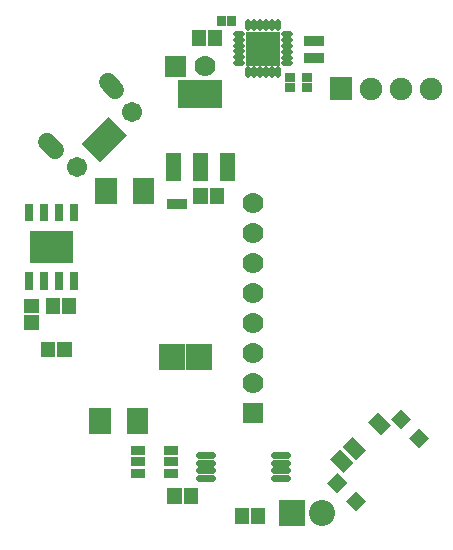
<source format=gbs>
G04 Layer: BottomSolderMaskLayer*
G04 EasyEDA v6.4.7, 2020-12-08T13:31:26--8:00*
G04 2666239171464f44b57efdd4127db657,11a6c599673c4091828b82ff80a72166,10*
G04 Gerber Generator version 0.2*
G04 Scale: 100 percent, Rotated: No, Reflected: No *
G04 Dimensions in millimeters *
G04 leading zeros omitted , absolute positions ,3 integer and 3 decimal *
%FSLAX33Y33*%
%MOMM*%
G90*
D02*

%ADD58C,1.503197*%
%ADD59C,0.483210*%
%ADD62C,2.203196*%
%ADD63C,1.703197*%
%ADD65R,1.778000X1.778000*%
%ADD66C,1.778000*%
%ADD72C,1.903197*%
%ADD82C,0.603199*%

%LPD*%
G54D59*
G01X24160Y42731D02*
G01X23640Y42731D01*
G01X24160Y42231D02*
G01X23640Y42231D01*
G01X24160Y41731D02*
G01X23640Y41731D01*
G01X24160Y41233D02*
G01X23640Y41233D01*
G01X24160Y40732D02*
G01X23640Y40732D01*
G01X24160Y40232D02*
G01X23640Y40232D01*
G01X23144Y39760D02*
G01X23144Y39240D01*
G01X22644Y39760D02*
G01X22644Y39240D01*
G01X22143Y39760D02*
G01X22143Y39240D01*
G01X21646Y39760D02*
G01X21646Y39240D01*
G01X21145Y39760D02*
G01X21145Y39240D01*
G01X20645Y39760D02*
G01X20645Y39240D01*
G01X20160Y40242D02*
G01X19640Y40242D01*
G01X20160Y40743D02*
G01X19640Y40743D01*
G01X20160Y41243D02*
G01X19640Y41243D01*
G01X20160Y41741D02*
G01X19640Y41741D01*
G01X20160Y42241D02*
G01X19640Y42241D01*
G01X20160Y42742D02*
G01X19640Y42742D01*
G01X20630Y43760D02*
G01X20630Y43240D01*
G01X21130Y43760D02*
G01X21130Y43240D01*
G01X21630Y43760D02*
G01X21630Y43240D01*
G01X22128Y43760D02*
G01X22128Y43240D01*
G01X22629Y43760D02*
G01X22629Y43240D01*
G01X23129Y43760D02*
G01X23129Y43240D01*
G54D58*
G01X9373Y38017D02*
G01X8737Y38653D01*
G01X4282Y32926D02*
G01X3646Y33562D01*
G54D82*
G01X23950Y7075D02*
G01X22850Y7075D01*
G01X23950Y6424D02*
G01X22850Y6424D01*
G01X23950Y5774D02*
G01X22850Y5774D01*
G01X23950Y5124D02*
G01X22850Y5124D01*
G01X17549Y7075D02*
G01X16449Y7075D01*
G01X17549Y6424D02*
G01X16449Y6424D01*
G01X17549Y5774D02*
G01X16449Y5774D01*
G01X17549Y5124D02*
G01X16449Y5124D01*
G36*
G01X35137Y7686D02*
G01X34286Y8537D01*
G01X35137Y9388D01*
G01X35987Y8537D01*
G01X35137Y7686D01*
G37*
G36*
G01X29762Y2312D02*
G01X28911Y3163D01*
G01X29762Y4013D01*
G01X30613Y3163D01*
G01X29762Y2312D01*
G37*
G36*
G01X33580Y9243D02*
G01X32729Y10094D01*
G01X33580Y10943D01*
G01X34430Y10094D01*
G01X33580Y9243D01*
G37*
G36*
G01X28205Y3869D02*
G01X27354Y4720D01*
G01X28205Y5570D01*
G01X29056Y4720D01*
G01X28205Y3869D01*
G37*
G36*
G01X31883Y8748D02*
G01X30750Y9881D01*
G01X31601Y10732D01*
G01X32734Y9599D01*
G01X31883Y8748D01*
G37*
G36*
G01X29762Y6627D02*
G01X28629Y7760D01*
G01X29477Y8611D01*
G01X30613Y7475D01*
G01X29762Y6627D01*
G37*
G36*
G01X28700Y5565D02*
G01X27567Y6698D01*
G01X28418Y7549D01*
G01X29551Y6416D01*
G01X28700Y5565D01*
G37*
G36*
G01X20458Y40046D02*
G01X20458Y42929D01*
G01X23341Y42929D01*
G01X23341Y40046D01*
G01X20458Y40046D01*
G37*
G36*
G01X17974Y43373D02*
G01X17974Y44227D01*
G01X18776Y44227D01*
G01X18776Y43373D01*
G01X17974Y43373D01*
G37*
G36*
G01X18822Y43373D02*
G01X18822Y44227D01*
G01X19625Y44227D01*
G01X19625Y43373D01*
G01X18822Y43373D01*
G37*
G36*
G01X25373Y41674D02*
G01X25373Y42525D01*
G01X26178Y42525D01*
G01X26178Y41674D01*
G01X25373Y41674D01*
G37*
G36*
G01X26221Y41674D02*
G01X26221Y42525D01*
G01X27026Y42525D01*
G01X27026Y41674D01*
G01X26221Y41674D01*
G37*
G36*
G01X15848Y41748D02*
G01X15848Y43051D01*
G01X17052Y43051D01*
G01X17052Y41748D01*
G01X15848Y41748D01*
G37*
G36*
G01X17247Y41748D02*
G01X17247Y43051D01*
G01X18451Y43051D01*
G01X18451Y41748D01*
G01X17247Y41748D01*
G37*
G36*
G01X25172Y38621D02*
G01X25172Y39426D01*
G01X26026Y39426D01*
G01X26026Y38621D01*
G01X25172Y38621D01*
G37*
G36*
G01X25172Y37773D02*
G01X25172Y38578D01*
G01X26026Y38578D01*
G01X26026Y37773D01*
G01X25172Y37773D01*
G37*
G36*
G01X23773Y38621D02*
G01X23773Y39426D01*
G01X24626Y39426D01*
G01X24626Y38621D01*
G01X23773Y38621D01*
G37*
G36*
G01X23773Y37773D02*
G01X23773Y38578D01*
G01X24626Y38578D01*
G01X24626Y37773D01*
G01X23773Y37773D01*
G37*
G36*
G01X25373Y40272D02*
G01X25373Y41125D01*
G01X26178Y41125D01*
G01X26178Y40272D01*
G01X25373Y40272D01*
G37*
G36*
G01X26221Y40272D02*
G01X26221Y41125D01*
G01X27026Y41125D01*
G01X27026Y40272D01*
G01X26221Y40272D01*
G37*
G36*
G01X10897Y28298D02*
G01X10897Y30501D01*
G01X12701Y30501D01*
G01X12701Y28298D01*
G01X10897Y28298D01*
G37*
G36*
G01X7697Y28298D02*
G01X7697Y30501D01*
G01X9500Y30501D01*
G01X9500Y28298D01*
G01X7697Y28298D01*
G37*
G36*
G01X15398Y14298D02*
G01X15398Y16500D01*
G01X17600Y16500D01*
G01X17600Y14298D01*
G01X15398Y14298D01*
G37*
G36*
G01X13112Y14298D02*
G01X13112Y16500D01*
G01X15314Y16500D01*
G01X15314Y14298D01*
G01X13112Y14298D01*
G37*
G36*
G01X23229Y1098D02*
G01X23229Y3302D01*
G01X25431Y3302D01*
G01X25431Y1098D01*
G01X23229Y1098D01*
G37*
G54D62*
G01X26870Y2199D03*
G36*
G01X13498Y5172D02*
G01X13498Y5926D01*
G01X14702Y5926D01*
G01X14702Y5172D01*
G01X13498Y5172D01*
G37*
G36*
G01X13498Y6122D02*
G01X13498Y6876D01*
G01X14702Y6876D01*
G01X14702Y6122D01*
G01X13498Y6122D01*
G37*
G36*
G01X13498Y7072D02*
G01X13498Y7826D01*
G01X14702Y7826D01*
G01X14702Y7072D01*
G01X13498Y7072D01*
G37*
G36*
G01X10697Y7072D02*
G01X10697Y7826D01*
G01X11901Y7826D01*
G01X11901Y7072D01*
G01X10697Y7072D01*
G37*
G36*
G01X10697Y6122D02*
G01X10697Y6876D01*
G01X11901Y6876D01*
G01X11901Y6122D01*
G01X10697Y6122D01*
G37*
G36*
G01X10697Y5172D02*
G01X10697Y5926D01*
G01X11901Y5926D01*
G01X11901Y5172D01*
G01X10697Y5172D01*
G37*
G36*
G01X3097Y15347D02*
G01X3097Y16650D01*
G01X4301Y16650D01*
G01X4301Y15347D01*
G01X3097Y15347D01*
G37*
G36*
G01X4497Y15347D02*
G01X4497Y16650D01*
G01X5701Y16650D01*
G01X5701Y15347D01*
G01X4497Y15347D01*
G37*
G36*
G01X1647Y19099D02*
G01X1647Y20300D01*
G01X2952Y20300D01*
G01X2952Y19099D01*
G01X1647Y19099D01*
G37*
G36*
G01X1647Y17699D02*
G01X1647Y18900D01*
G01X2952Y18900D01*
G01X2952Y17699D01*
G01X1647Y17699D01*
G37*
G36*
G01X13798Y2947D02*
G01X13798Y4252D01*
G01X15002Y4252D01*
G01X15002Y2947D01*
G01X13798Y2947D01*
G37*
G36*
G01X15198Y2947D02*
G01X15198Y4252D01*
G01X16402Y4252D01*
G01X16402Y2947D01*
G01X15198Y2947D01*
G37*
G36*
G01X4898Y19048D02*
G01X4898Y20351D01*
G01X6102Y20351D01*
G01X6102Y19048D01*
G01X4898Y19048D01*
G37*
G36*
G01X3498Y19048D02*
G01X3498Y20351D01*
G01X4702Y20351D01*
G01X4702Y19048D01*
G01X3498Y19048D01*
G37*
G36*
G01X19498Y1247D02*
G01X19498Y2550D01*
G01X20702Y2550D01*
G01X20702Y1247D01*
G01X19498Y1247D01*
G37*
G36*
G01X20897Y1247D02*
G01X20897Y2550D01*
G01X22101Y2550D01*
G01X22101Y1247D01*
G01X20897Y1247D01*
G37*
G36*
G01X15998Y28347D02*
G01X15998Y29652D01*
G01X17202Y29652D01*
G01X17202Y28347D01*
G01X15998Y28347D01*
G37*
G36*
G01X17397Y28347D02*
G01X17397Y29652D01*
G01X18601Y29652D01*
G01X18601Y28347D01*
G01X17397Y28347D01*
G37*
G36*
G01X13773Y27874D02*
G01X13773Y28725D01*
G01X14578Y28725D01*
G01X14578Y27874D01*
G01X13773Y27874D01*
G37*
G36*
G01X14621Y27874D02*
G01X14621Y28725D01*
G01X15426Y28725D01*
G01X15426Y27874D01*
G01X14621Y27874D01*
G37*
G36*
G01X9945Y33716D02*
G01X8385Y35276D01*
G01X8848Y35736D01*
G01X10405Y34179D01*
G01X9945Y33716D01*
G37*
G36*
G01X9485Y33256D02*
G01X7926Y34816D01*
G01X8388Y35278D01*
G01X9947Y33719D01*
G01X9485Y33256D01*
G37*
G36*
G01X9025Y32797D02*
G01X7466Y34356D01*
G01X7928Y34819D01*
G01X9488Y33259D01*
G01X9025Y32797D01*
G37*
G36*
G01X8566Y32337D02*
G01X7006Y33897D01*
G01X7468Y34359D01*
G01X9028Y32799D01*
G01X8566Y32337D01*
G37*
G36*
G01X8106Y31877D02*
G01X6546Y33437D01*
G01X7009Y33899D01*
G01X8568Y32340D01*
G01X8106Y31877D01*
G37*
G54D63*
G01X6156Y31476D03*
G01X10823Y36143D03*
G36*
G01X7197Y8898D02*
G01X7197Y11100D01*
G01X9000Y11100D01*
G01X9000Y8898D01*
G01X7197Y8898D01*
G37*
G36*
G01X10397Y8898D02*
G01X10397Y11100D01*
G01X12200Y11100D01*
G01X12200Y8898D01*
G01X10397Y8898D01*
G37*
G36*
G01X5563Y21039D02*
G01X5563Y22543D01*
G01X6247Y22543D01*
G01X6247Y21039D01*
G01X5563Y21039D01*
G37*
G36*
G01X4293Y21039D02*
G01X4293Y22543D01*
G01X4977Y22543D01*
G01X4977Y21039D01*
G01X4293Y21039D01*
G37*
G36*
G01X3023Y21039D02*
G01X3023Y22543D01*
G01X3707Y22543D01*
G01X3707Y21039D01*
G01X3023Y21039D01*
G37*
G36*
G01X1753Y21039D02*
G01X1753Y22543D01*
G01X2437Y22543D01*
G01X2437Y21039D01*
G01X1753Y21039D01*
G37*
G36*
G01X1753Y26856D02*
G01X1753Y28359D01*
G01X2437Y28359D01*
G01X2437Y26856D01*
G01X1753Y26856D01*
G37*
G36*
G01X3023Y26856D02*
G01X3023Y28359D01*
G01X3707Y28359D01*
G01X3707Y26856D01*
G01X3023Y26856D01*
G37*
G36*
G01X4293Y26856D02*
G01X4293Y28359D01*
G01X4977Y28359D01*
G01X4977Y26856D01*
G01X4293Y26856D01*
G37*
G36*
G01X5563Y26856D02*
G01X5563Y28359D01*
G01X6247Y28359D01*
G01X6247Y26856D01*
G01X5563Y26856D01*
G37*
G36*
G01X2147Y23348D02*
G01X2147Y26051D01*
G01X5850Y26051D01*
G01X5850Y23348D01*
G01X2147Y23348D01*
G37*
G36*
G01X13590Y39111D02*
G01X13590Y40889D01*
G01X15368Y40889D01*
G01X15368Y39111D01*
G01X13590Y39111D01*
G37*
G54D66*
G01X17019Y40000D03*
G36*
G01X27537Y37148D02*
G01X27537Y39050D01*
G01X29442Y39050D01*
G01X29442Y37148D01*
G01X27537Y37148D01*
G37*
G54D72*
G01X31029Y38100D03*
G01X33569Y38100D03*
G01X36109Y38100D03*
G54D65*
G01X21062Y10617D03*
G54D66*
G01X21062Y13157D03*
G01X21062Y15697D03*
G01X21062Y18237D03*
G01X21062Y20777D03*
G01X21062Y23317D03*
G01X21062Y25857D03*
G01X21062Y28397D03*
G36*
G01X18251Y30269D02*
G01X18251Y32632D01*
G01X19546Y32632D01*
G01X19546Y30269D01*
G01X18251Y30269D01*
G37*
G36*
G01X15939Y30269D02*
G01X15939Y32632D01*
G01X17235Y32632D01*
G01X17235Y30269D01*
G01X15939Y30269D01*
G37*
G36*
G01X13653Y30269D02*
G01X13653Y32632D01*
G01X14949Y32632D01*
G01X14949Y30269D01*
G01X13653Y30269D01*
G37*
G36*
G01X14733Y36467D02*
G01X14733Y38829D01*
G01X18441Y38829D01*
G01X18441Y36467D01*
G01X14733Y36467D01*
G37*
M00*
M02*

</source>
